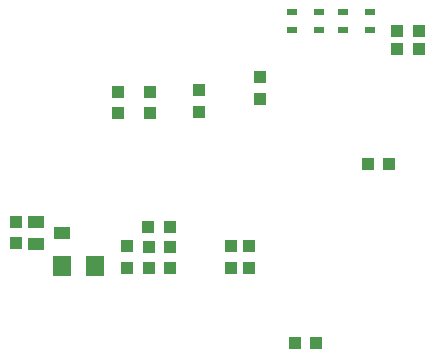
<source format=gbp>
G04 Layer_Color=128*
%FSLAX44Y44*%
%MOMM*%
G71*
G01*
G75*
%ADD10R,1.0000X1.0000*%
%ADD13R,1.0000X1.0000*%
%ADD41R,1.4000X1.0000*%
%ADD42R,1.6000X1.8000*%
%ADD43R,0.9000X0.6000*%
D10*
X364500Y165000D02*
D03*
X382500D02*
D03*
X550500Y218500D02*
D03*
X568500D02*
D03*
X506760Y67270D02*
D03*
X488760D02*
D03*
X575500Y331000D02*
D03*
X593500D02*
D03*
X575500Y315500D02*
D03*
X593500D02*
D03*
D13*
X252750Y169500D02*
D03*
Y151500D02*
D03*
X346750Y148750D02*
D03*
Y130750D02*
D03*
X365000Y148500D02*
D03*
Y130500D02*
D03*
X383000Y148500D02*
D03*
Y130500D02*
D03*
X434500Y148750D02*
D03*
Y130750D02*
D03*
X449500D02*
D03*
Y148750D02*
D03*
X365680Y261470D02*
D03*
Y279470D02*
D03*
X407590Y262740D02*
D03*
Y280740D02*
D03*
X459000Y273750D02*
D03*
Y291750D02*
D03*
X339010Y261470D02*
D03*
Y279470D02*
D03*
D41*
X291500Y160250D02*
D03*
X269500Y150750D02*
D03*
Y169750D02*
D03*
D42*
X291500Y132000D02*
D03*
X319500D02*
D03*
D43*
X552250Y332250D02*
D03*
Y347250D02*
D03*
X529000Y332250D02*
D03*
Y347250D02*
D03*
X509000Y332250D02*
D03*
Y347250D02*
D03*
X486250Y332250D02*
D03*
Y347250D02*
D03*
M02*

</source>
